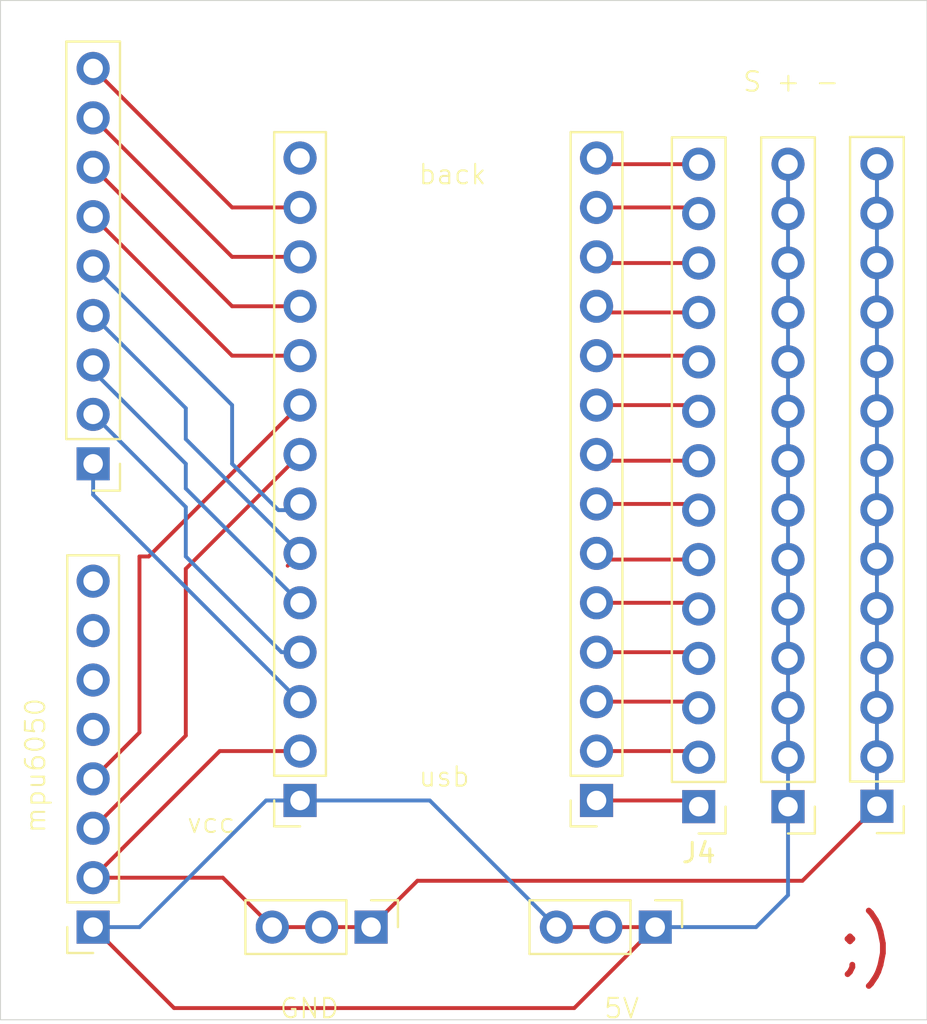
<source format=kicad_pcb>
(kicad_pcb (version 20241229) (generator "pcbnew") (generator_version "9.0")
  (layers (0 "F.Cu" signal) (2 "B.Cu" signal) (13 "F.Paste" user) (15 "B.Paste" user) (5 "F.SilkS" user "F.Silkscreen") (7 "B.SilkS" user "B.Silkscreen") (1 "F.Mask" user) (3 "B.Mask" user) (25 "Edge.Cuts" user))
  (net 0 "")
  (net 1 "Net-(J1-Pin_7)")
  (net 2 "Net-(J1-Pin_9)")
  (net 3 "Net-(J1-Pin_1)")
  (net 4 "Net-(J1-Pin_14)")
  (net 5 "Net-(J1-Pin_3)")
  (net 6 "Net-(J1-Pin_4)")
  (net 7 "Net-(J1-Pin_11)")
  (net 8 "Net-(J1-Pin_2)")
  (net 9 "Net-(J1-Pin_5)")
  (net 10 "Net-(J1-Pin_8)")
  (net 11 "Net-(J1-Pin_10)")
  (net 12 "Net-(J1-Pin_12)")
  (net 13 "Net-(J1-Pin_6)")
  (net 14 "Net-(J1-Pin_13)")
  (net 15 "Net-(J2-Pin_13)")
  (net 16 "Net-(J10-Pin_1)")
  (net 17 "Net-(J2-Pin_1)")
  (net 18 "Net-(J2-Pin_6)")
  (net 19 "Net-(J2-Pin_11)")
  (net 20 "Net-(J2-Pin_10)")
  (net 21 "Net-(J2-Pin_3)")
  (net 22 "Net-(J2-Pin_7)")
  (net 23 "Net-(J2-Pin_12)")
  (net 24 "Net-(J2-Pin_5)")
  (net 26 "Net-(J2-Pin_4)")
  (net 27 "Net-(J2-Pin_8)")
  (net 28 "Net-(J2-Pin_9)")
  (footprint "Connector_PinSocket_2.54mm:PinSocket_1x08_P2.54mm_Vertical" (layer "F.Cu") (at 107.15625 100.0125 180)
    (property "Reference" "J5" (hide yes))
    (property "Value" "Conn_01x08_Socket" (hide yes))
    (fp_line (start 1.33 1.27) (end 1.33 19.11) (stroke (width 0.12)) (layer "F.SilkS"))
    (fp_line (start 1.33 -1.33) (end 1.33 0) (stroke (width 0.12)) (layer "F.SilkS"))
    (fp_line (start 0 -1.33) (end 1.33 -1.33) (stroke (width 0.12)) (layer "F.SilkS"))
    (fp_line (start -1.33 19.11) (end 1.33 19.11) (stroke (width 0.12)) (layer "F.SilkS"))
    (fp_line (start -1.33 1.27) (end 1.33 1.27) (stroke (width 0.12)) (layer "F.SilkS"))
    (fp_line (start -1.33 1.27) (end -1.33 19.11) (stroke (width 0.12)) (layer "F.SilkS"))
    (pad "1" thru_hole rect (at 0 0 180) (size 1.7 1.7) (drill 1) (layers "*.Cu" "*.Mask") (net 17 "Net-(J2-Pin_1)"))
    (pad "2" thru_hole circle (at 0 2.54 180) (size 1.7 1.7) (drill 1) (layers "*.Cu" "*.Mask") (net 16 "Net-(J10-Pin_1)"))
    (pad "3" thru_hole circle (at 0 5.08 180) (size 1.7 1.7) (drill 1) (layers "*.Cu" "*.Mask") (net 27 "Net-(J2-Pin_8)"))
    (pad "4" thru_hole circle (at 0 7.62 180) (size 1.7 1.7) (drill 1) (layers "*.Cu" "*.Mask") (net 28 "Net-(J2-Pin_9)"))
    (pad "5" thru_hole circle (at 0 10.16 180) (size 1.7 1.7) (drill 1) (layers "*.Cu" "*.Mask"))
    (pad "6" thru_hole circle (at 0 12.7 180) (size 1.7 1.7) (drill 1) (layers "*.Cu" "*.Mask"))
    (pad "7" thru_hole circle (at 0 15.24 180) (size 1.7 1.7) (drill 1) (layers "*.Cu" "*.Mask"))
    (pad "8" thru_hole circle (at 0 17.78 180) (size 1.7 1.7) (drill 1) (layers "*.Cu" "*.Mask"))
  )
  (footprint "Connector_PinSocket_2.54mm:PinSocket_1x14_P2.54mm_Vertical" (layer "F.Cu") (at 133.0325 93.50375 180)
    (property "Reference" "J1" (hide yes))
    (property "Value" "Conn_01x14_Socket" (hide yes))
    (fp_line (start 1.33 1.27) (end 1.33 34.35) (stroke (width 0.12)) (layer "F.SilkS"))
    (fp_line (start 1.33 -1.33) (end 1.33 0) (stroke (width 0.12)) (layer "F.SilkS"))
    (fp_line (start 0 -1.33) (end 1.33 -1.33) (stroke (width 0.12)) (layer "F.SilkS"))
    (fp_line (start -1.33 34.35) (end 1.33 34.35) (stroke (width 0.12)) (layer "F.SilkS"))
    (fp_line (start -1.33 1.27) (end 1.33 1.27) (stroke (width 0.12)) (layer "F.SilkS"))
    (fp_line (start -1.33 1.27) (end -1.33 34.35) (stroke (width 0.12)) (layer "F.SilkS"))
    (pad "1" thru_hole rect (at 0 0 180) (size 1.7 1.7) (drill 1) (layers "*.Cu" "*.Mask") (net 3 "Net-(J1-Pin_1)"))
    (pad "2" thru_hole circle (at 0 2.54 180) (size 1.7 1.7) (drill 1) (layers "*.Cu" "*.Mask") (net 8 "Net-(J1-Pin_2)"))
    (pad "3" thru_hole circle (at 0 5.08 180) (size 1.7 1.7) (drill 1) (layers "*.Cu" "*.Mask") (net 5 "Net-(J1-Pin_3)"))
    (pad "4" thru_hole circle (at 0 7.62 180) (size 1.7 1.7) (drill 1) (layers "*.Cu" "*.Mask") (net 6 "Net-(J1-Pin_4)"))
    (pad "5" thru_hole circle (at 0 10.16 180) (size 1.7 1.7) (drill 1) (layers "*.Cu" "*.Mask") (net 9 "Net-(J1-Pin_5)"))
    (pad "6" thru_hole circle (at 0 12.7 180) (size 1.7 1.7) (drill 1) (layers "*.Cu" "*.Mask") (net 13 "Net-(J1-Pin_6)"))
    (pad "7" thru_hole circle (at 0 15.24 180) (size 1.7 1.7) (drill 1) (layers "*.Cu" "*.Mask") (net 1 "Net-(J1-Pin_7)"))
    (pad "8" thru_hole circle (at 0 17.78 180) (size 1.7 1.7) (drill 1) (layers "*.Cu" "*.Mask") (net 10 "Net-(J1-Pin_8)"))
    (pad "9" thru_hole circle (at 0 20.32 180) (size 1.7 1.7) (drill 1) (layers "*.Cu" "*.Mask") (net 2 "Net-(J1-Pin_9)"))
    (pad "10" thru_hole circle (at 0 22.86 180) (size 1.7 1.7) (drill 1) (layers "*.Cu" "*.Mask") (net 11 "Net-(J1-Pin_10)"))
    (pad "11" thru_hole circle (at 0 25.4 180) (size 1.7 1.7) (drill 1) (layers "*.Cu" "*.Mask") (net 7 "Net-(J1-Pin_11)"))
    (pad "12" thru_hole circle (at 0 27.94 180) (size 1.7 1.7) (drill 1) (layers "*.Cu" "*.Mask") (net 12 "Net-(J1-Pin_12)"))
    (pad "13" thru_hole circle (at 0 30.48 180) (size 1.7 1.7) (drill 1) (layers "*.Cu" "*.Mask") (net 14 "Net-(J1-Pin_13)"))
    (pad "14" thru_hole circle (at 0 33.02 180) (size 1.7 1.7) (drill 1) (layers "*.Cu" "*.Mask") (net 4 "Net-(J1-Pin_14)"))
  )
  (footprint "Connector_PinHeader_2.54mm:PinHeader_1x03_P2.54mm_Vertical" (layer "F.Cu") (at 121.44375 100.0125 -90)
    (property "Reference" "J10" (hide yes))
    (property "Value" "Conn_01x03_Pin" (hide yes))
    (fp_line (start -1.38 6.46) (end 1.38 6.46) (stroke (width 0.12)) (layer "F.SilkS"))
    (fp_line (start -1.38 1.27) (end -1.38 6.46) (stroke (width 0.12)) (layer "F.SilkS"))
    (fp_line (start -1.38 1.27) (end 1.38 1.27) (stroke (width 0.12)) (layer "F.SilkS"))
    (fp_line (start 1.38 1.27) (end 1.38 6.46) (stroke (width 0.12)) (layer "F.SilkS"))
    (fp_line (start -1.38 0) (end -1.38 -1.38) (stroke (width 0.12)) (layer "F.SilkS"))
    (fp_line (start -1.38 -1.38) (end 0 -1.38) (stroke (width 0.12)) (layer "F.SilkS"))
    (pad "1" thru_hole rect (at 0 0 270) (size 1.7 1.7) (drill 1) (layers "*.Cu" "*.Mask") (net 16 "Net-(J10-Pin_1)"))
    (pad "2" thru_hole circle (at 0 2.54 270) (size 1.7 1.7) (drill 1) (layers "*.Cu" "*.Mask") (net 16 "Net-(J10-Pin_1)"))
    (pad "3" thru_hole circle (at 0 5.08 270) (size 1.7 1.7) (drill 1) (layers "*.Cu" "*.Mask") (net 16 "Net-(J10-Pin_1)"))
  )
  (footprint "Connector_PinSocket_2.54mm:PinSocket_1x14_P2.54mm_Vertical" (layer "F.Cu") (at 117.7925 93.50375 180)
    (property "Reference" "J2" (hide yes))
    (property "Value" "Conn_01x14_Socket" (hide yes))
    (fp_line (start 1.33 1.27) (end 1.33 34.35) (stroke (width 0.12)) (layer "F.SilkS"))
    (fp_line (start 1.33 -1.33) (end 1.33 0) (stroke (width 0.12)) (layer "F.SilkS"))
    (fp_line (start 0 -1.33) (end 1.33 -1.33) (stroke (width 0.12)) (layer "F.SilkS"))
    (fp_line (start -1.33 34.35) (end 1.33 34.35) (stroke (width 0.12)) (layer "F.SilkS"))
    (fp_line (start -1.33 1.27) (end 1.33 1.27) (stroke (width 0.12)) (layer "F.SilkS"))
    (fp_line (start -1.33 1.27) (end -1.33 34.35) (stroke (width 0.12)) (layer "F.SilkS"))
    (pad "1" thru_hole rect (at 0 0 180) (size 1.7 1.7) (drill 1) (layers "*.Cu" "*.Mask") (net 17 "Net-(J2-Pin_1)"))
    (pad "2" thru_hole circle (at 0 2.54 180) (size 1.7 1.7) (drill 1) (layers "*.Cu" "*.Mask") (net 16 "Net-(J10-Pin_1)"))
    (pad "3" thru_hole circle (at 0 5.08 180) (size 1.7 1.7) (drill 1) (layers "*.Cu" "*.Mask") (net 21 "Net-(J2-Pin_3)"))
    (pad "4" thru_hole circle (at 0 7.62 180) (size 1.7 1.7) (drill 1) (layers "*.Cu" "*.Mask") (net 26 "Net-(J2-Pin_4)"))
    (pad "5" thru_hole circle (at 0 10.16 180) (size 1.7 1.7) (drill 1) (layers "*.Cu" "*.Mask") (net 24 "Net-(J2-Pin_5)"))
    (pad "6" thru_hole circle (at 0 12.7 180) (size 1.7 1.7) (drill 1) (layers "*.Cu" "*.Mask") (net 18 "Net-(J2-Pin_6)"))
    (pad "7" thru_hole circle (at 0 15.24 180) (size 1.7 1.7) (drill 1) (layers "*.Cu" "*.Mask") (net 22 "Net-(J2-Pin_7)"))
    (pad "8" thru_hole circle (at 0 17.78 180) (size 1.7 1.7) (drill 1) (layers "*.Cu" "*.Mask") (net 27 "Net-(J2-Pin_8)"))
    (pad "9" thru_hole circle (at 0 20.32 180) (size 1.7 1.7) (drill 1) (layers "*.Cu" "*.Mask") (net 28 "Net-(J2-Pin_9)"))
    (pad "10" thru_hole circle (at 0 22.86 180) (size 1.7 1.7) (drill 1) (layers "*.Cu" "*.Mask") (net 20 "Net-(J2-Pin_10)"))
    (pad "11" thru_hole circle (at 0 25.4 180) (size 1.7 1.7) (drill 1) (layers "*.Cu" "*.Mask") (net 19 "Net-(J2-Pin_11)"))
    (pad "12" thru_hole circle (at 0 27.94 180) (size 1.7 1.7) (drill 1) (layers "*.Cu" "*.Mask") (net 23 "Net-(J2-Pin_12)"))
    (pad "13" thru_hole circle (at 0 30.48 180) (size 1.7 1.7) (drill 1) (layers "*.Cu" "*.Mask") (net 15 "Net-(J2-Pin_13)"))
    (pad "14" thru_hole circle (at 0 33.02 180) (size 1.7 1.7) (drill 1) (layers "*.Cu" "*.Mask"))
  )
  (footprint "Connector_PinHeader_2.54mm:PinHeader_1x14_P2.54mm_Vertical" (layer "F.Cu") (at 142.875 93.82125 180)
    (property "Reference" "J6" (hide yes))
    (property "Value" "Conn_01x14_Pin" (hide yes))
    (fp_line (start 1.38 1.27) (end 1.38 34.4) (stroke (width 0.12)) (layer "F.SilkS"))
    (fp_line (start -1.38 34.4) (end 1.38 34.4) (stroke (width 0.12)) (layer "F.SilkS"))
    (fp_line (start -1.38 1.27) (end 1.38 1.27) (stroke (width 0.12)) (layer "F.SilkS"))
    (fp_line (start -1.38 1.27) (end -1.38 34.4) (stroke (width 0.12)) (layer "F.SilkS"))
    (fp_line (start -1.38 0) (end -1.38 -1.38) (stroke (width 0.12)) (layer "F.SilkS"))
    (fp_line (start -1.38 -1.38) (end 0 -1.38) (stroke (width 0.12)) (layer "F.SilkS"))
    (pad "1" thru_hole rect (at 0 0 180) (size 1.7 1.7) (drill 1) (layers "*.Cu" "*.Mask") (net 17 "Net-(J2-Pin_1)"))
    (pad "2" thru_hole circle (at 0 2.54 180) (size 1.7 1.7) (drill 1) (layers "*.Cu" "*.Mask") (net 17 "Net-(J2-Pin_1)"))
    (pad "3" thru_hole circle (at 0 5.08 180) (size 1.7 1.7) (drill 1) (layers "*.Cu" "*.Mask") (net 17 "Net-(J2-Pin_1)"))
    (pad "4" thru_hole circle (at 0 7.62 180) (size 1.7 1.7) (drill 1) (layers "*.Cu" "*.Mask") (net 17 "Net-(J2-Pin_1)"))
    (pad "5" thru_hole circle (at 0 10.16 180) (size 1.7 1.7) (drill 1) (layers "*.Cu" "*.Mask") (net 17 "Net-(J2-Pin_1)"))
    (pad "6" thru_hole circle (at 0 12.7 180) (size 1.7 1.7) (drill 1) (layers "*.Cu" "*.Mask") (net 17 "Net-(J2-Pin_1)"))
    (pad "7" thru_hole circle (at 0 15.24 180) (size 1.7 1.7) (drill 1) (layers "*.Cu" "*.Mask") (net 17 "Net-(J2-Pin_1)"))
    (pad "8" thru_hole circle (at 0 17.78 180) (size 1.7 1.7) (drill 1) (layers "*.Cu" "*.Mask") (net 17 "Net-(J2-Pin_1)"))
    (pad "9" thru_hole circle (at 0 20.32 180) (size 1.7 1.7) (drill 1) (layers "*.Cu" "*.Mask") (net 17 "Net-(J2-Pin_1)"))
    (pad "10" thru_hole circle (at 0 22.86 180) (size 1.7 1.7) (drill 1) (layers "*.Cu" "*.Mask") (net 17 "Net-(J2-Pin_1)"))
    (pad "11" thru_hole circle (at 0 25.4 180) (size 1.7 1.7) (drill 1) (layers "*.Cu" "*.Mask") (net 17 "Net-(J2-Pin_1)"))
    (pad "12" thru_hole circle (at 0 27.94 180) (size 1.7 1.7) (drill 1) (layers "*.Cu" "*.Mask") (net 17 "Net-(J2-Pin_1)"))
    (pad "13" thru_hole circle (at 0 30.48 180) (size 1.7 1.7) (drill 1) (layers "*.Cu" "*.Mask") (net 17 "Net-(J2-Pin_1)"))
    (pad "14" thru_hole circle (at 0 33.02 180) (size 1.7 1.7) (drill 1) (layers "*.Cu" "*.Mask") (net 17 "Net-(J2-Pin_1)"))
  )
  (footprint "Connector_PinHeader_2.54mm:PinHeader_1x09_P2.54mm_Vertical" (layer "F.Cu") (at 107.15625 76.2 180)
    (property "Reference" "J8" (hide yes))
    (property "Value" "Conn_01x09_Pin" (hide yes))
    (fp_line (start 1.38 1.27) (end 1.38 21.7) (stroke (width 0.12)) (layer "F.SilkS"))
    (fp_line (start -1.38 21.7) (end 1.38 21.7) (stroke (width 0.12)) (layer "F.SilkS"))
    (fp_line (start -1.38 1.27) (end 1.38 1.27) (stroke (width 0.12)) (layer "F.SilkS"))
    (fp_line (start -1.38 1.27) (end -1.38 21.7) (stroke (width 0.12)) (layer "F.SilkS"))
    (fp_line (start -1.38 0) (end -1.38 -1.38) (stroke (width 0.12)) (layer "F.SilkS"))
    (fp_line (start -1.38 -1.38) (end 0 -1.38) (stroke (width 0.12)) (layer "F.SilkS"))
    (pad "1" thru_hole rect (at 0 0 180) (size 1.7 1.7) (drill 1) (layers "*.Cu" "*.Mask") (net 21 "Net-(J2-Pin_3)"))
    (pad "2" thru_hole circle (at 0 2.54 180) (size 1.7 1.7) (drill 1) (layers "*.Cu" "*.Mask") (net 26 "Net-(J2-Pin_4)"))
    (pad "3" thru_hole circle (at 0 5.08 180) (size 1.7 1.7) (drill 1) (layers "*.Cu" "*.Mask") (net 24 "Net-(J2-Pin_5)"))
    (pad "4" thru_hole circle (at 0 7.62 180) (size 1.7 1.7) (drill 1) (layers "*.Cu" "*.Mask") (net 18 "Net-(J2-Pin_6)"))
    (pad "5" thru_hole circle (at 0 10.16 180) (size 1.7 1.7) (drill 1) (layers "*.Cu" "*.Mask") (net 22 "Net-(J2-Pin_7)"))
    (pad "6" thru_hole circle (at 0 12.7 180) (size 1.7 1.7) (drill 1) (layers "*.Cu" "*.Mask") (net 20 "Net-(J2-Pin_10)"))
    (pad "7" thru_hole circle (at 0 15.24 180) (size 1.7 1.7) (drill 1) (layers "*.Cu" "*.Mask") (net 19 "Net-(J2-Pin_11)"))
    (pad "8" thru_hole circle (at 0 17.78 180) (size 1.7 1.7) (drill 1) (layers "*.Cu" "*.Mask") (net 23 "Net-(J2-Pin_12)"))
    (pad "9" thru_hole circle (at 0 20.32 180) (size 1.7 1.7) (drill 1) (layers "*.Cu" "*.Mask") (net 15 "Net-(J2-Pin_13)"))
  )
  (footprint "Connector_PinHeader_2.54mm:PinHeader_1x14_P2.54mm_Vertical" (layer "F.Cu") (at 138.285 93.82125 180)
    (property "Reference" "J4" (at 0 -2.38 180) (layer "F.SilkS"))
    (property "Value" "Conn_01x14_Pin" (hide yes))
    (fp_line (start 1.38 1.27) (end 1.38 34.4) (stroke (width 0.12)) (layer "F.SilkS"))
    (fp_line (start -1.38 34.4) (end 1.38 34.4) (stroke (width 0.12)) (layer "F.SilkS"))
    (fp_line (start -1.38 1.27) (end 1.38 1.27) (stroke (width 0.12)) (layer "F.SilkS"))
    (fp_line (start -1.38 1.27) (end -1.38 34.4) (stroke (width 0.12)) (layer "F.SilkS"))
    (fp_line (start -1.38 0) (end -1.38 -1.38) (stroke (width 0.12)) (layer "F.SilkS"))
    (fp_line (start -1.38 -1.38) (end 0 -1.38) (stroke (width 0.12)) (layer "F.SilkS"))
    (pad "1" thru_hole rect (at 0 0 180) (size 1.7 1.7) (drill 1) (layers "*.Cu" "*.Mask") (net 3 "Net-(J1-Pin_1)"))
    (pad "2" thru_hole circle (at 0 2.54 180) (size 1.7 1.7) (drill 1) (layers "*.Cu" "*.Mask") (net 8 "Net-(J1-Pin_2)"))
    (pad "3" thru_hole circle (at 0 5.08 180) (size 1.7 1.7) (drill 1) (layers "*.Cu" "*.Mask") (net 5 "Net-(J1-Pin_3)"))
    (pad "4" thru_hole circle (at 0 7.62 180) (size 1.7 1.7) (drill 1) (layers "*.Cu" "*.Mask") (net 6 "Net-(J1-Pin_4)"))
    (pad "5" thru_hole circle (at 0 10.16 180) (size 1.7 1.7) (drill 1) (layers "*.Cu" "*.Mask") (net 9 "Net-(J1-Pin_5)"))
    (pad "6" thru_hole circle (at 0 12.7 180) (size 1.7 1.7) (drill 1) (layers "*.Cu" "*.Mask") (net 13 "Net-(J1-Pin_6)"))
    (pad "7" thru_hole circle (at 0 15.24 180) (size 1.7 1.7) (drill 1) (layers "*.Cu" "*.Mask") (net 1 "Net-(J1-Pin_7)"))
    (pad "8" thru_hole circle (at 0 17.78 180) (size 1.7 1.7) (drill 1) (layers "*.Cu" "*.Mask") (net 10 "Net-(J1-Pin_8)"))
    (pad "9" thru_hole circle (at 0 20.32 180) (size 1.7 1.7) (drill 1) (layers "*.Cu" "*.Mask") (net 2 "Net-(J1-Pin_9)"))
    (pad "10" thru_hole circle (at 0 22.86 180) (size 1.7 1.7) (drill 1) (layers "*.Cu" "*.Mask") (net 11 "Net-(J1-Pin_10)"))
    (pad "11" thru_hole circle (at 0 25.4 180) (size 1.7 1.7) (drill 1) (layers "*.Cu" "*.Mask") (net 7 "Net-(J1-Pin_11)"))
    (pad "12" thru_hole circle (at 0 27.94 180) (size 1.7 1.7) (drill 1) (layers "*.Cu" "*.Mask") (net 12 "Net-(J1-Pin_12)"))
    (pad "13" thru_hole circle (at 0 30.48 180) (size 1.7 1.7) (drill 1) (layers "*.Cu" "*.Mask") (net 14 "Net-(J1-Pin_13)"))
    (pad "14" thru_hole circle (at 0 33.02 180) (size 1.7 1.7) (drill 1) (layers "*.Cu" "*.Mask") (net 4 "Net-(J1-Pin_14)"))
  )
  (footprint "Connector_PinHeader_2.54mm:PinHeader_1x14_P2.54mm_Vertical" (layer "F.Cu") (at 147.445 93.80125 180)
    (property "Reference" "J7" (hide yes))
    (property "Value" "Conn_01x14_Pin" (hide yes))
    (fp_line (start 1.38 1.27) (end 1.38 34.4) (stroke (width 0.12)) (layer "F.SilkS"))
    (fp_line (start -1.38 34.4) (end 1.38 34.4) (stroke (width 0.12)) (layer "F.SilkS"))
    (fp_line (start -1.38 1.27) (end 1.38 1.27) (stroke (width 0.12)) (layer "F.SilkS"))
    (fp_line (start -1.38 1.27) (end -1.38 34.4) (stroke (width 0.12)) (layer "F.SilkS"))
    (fp_line (start -1.38 0) (end -1.38 -1.38) (stroke (width 0.12)) (layer "F.SilkS"))
    (fp_line (start -1.38 -1.38) (end 0 -1.38) (stroke (width 0.12)) (layer "F.SilkS"))
    (pad "1" thru_hole rect (at 0 0 180) (size 1.7 1.7) (drill 1) (layers "*.Cu" "*.Mask") (net 16 "Net-(J10-Pin_1)"))
    (pad "2" thru_hole circle (at 0 2.54 180) (size 1.7 1.7) (drill 1) (layers "*.Cu" "*.Mask") (net 16 "Net-(J10-Pin_1)"))
    (pad "3" thru_hole circle (at 0 5.08 180) (size 1.7 1.7) (drill 1) (layers "*.Cu" "*.Mask") (net 16 "Net-(J10-Pin_1)"))
    (pad "4" thru_hole circle (at 0 7.62 180) (size 1.7 1.7) (drill 1) (layers "*.Cu" "*.Mask") (net 16 "Net-(J10-Pin_1)"))
    (pad "5" thru_hole circle (at 0 10.16 180) (size 1.7 1.7) (drill 1) (layers "*.Cu" "*.Mask") (net 16 "Net-(J10-Pin_1)"))
    (pad "6" thru_hole circle (at 0 12.7 180) (size 1.7 1.7) (drill 1) (layers "*.Cu" "*.Mask") (net 16 "Net-(J10-Pin_1)"))
    (pad "7" thru_hole circle (at 0 15.24 180) (size 1.7 1.7) (drill 1) (layers "*.Cu" "*.Mask") (net 16 "Net-(J10-Pin_1)"))
    (pad "8" thru_hole circle (at 0 17.78 180) (size 1.7 1.7) (drill 1) (layers "*.Cu" "*.Mask") (net 16 "Net-(J10-Pin_1)"))
    (pad "9" thru_hole circle (at 0 20.32 180) (size 1.7 1.7) (drill 1) (layers "*.Cu" "*.Mask") (net 16 "Net-(J10-Pin_1)"))
    (pad "10" thru_hole circle (at 0 22.86 180) (size 1.7 1.7) (drill 1) (layers "*.Cu" "*.Mask") (net 16 "Net-(J10-Pin_1)"))
    (pad "11" thru_hole circle (at 0 25.4 180) (size 1.7 1.7) (drill 1) (layers "*.Cu" "*.Mask") (net 16 "Net-(J10-Pin_1)"))
    (pad "12" thru_hole circle (at 0 27.94 180) (size 1.7 1.7) (drill 1) (layers "*.Cu" "*.Mask") (net 16 "Net-(J10-Pin_1)"))
    (pad "13" thru_hole circle (at 0 30.48 180) (size 1.7 1.7) (drill 1) (layers "*.Cu" "*.Mask") (net 16 "Net-(J10-Pin_1)"))
    (pad "14" thru_hole circle (at 0 33.02 180) (size 1.7 1.7) (drill 1) (layers "*.Cu" "*.Mask") (net 16 "Net-(J10-Pin_1)"))
  )
  (footprint "Connector_PinHeader_2.54mm:PinHeader_1x03_P2.54mm_Vertical" (layer "F.Cu") (at 136.04875 100.0125 -90)
    (property "Reference" "J9" (hide yes))
    (property "Value" "Conn_01x03_Pin" (hide yes))
    (fp_line (start -1.38 6.46) (end 1.38 6.46) (stroke (width 0.12)) (layer "F.SilkS"))
    (fp_line (start -1.38 1.27) (end -1.38 6.46) (stroke (width 0.12)) (layer "F.SilkS"))
    (fp_line (start -1.38 1.27) (end 1.38 1.27) (stroke (width 0.12)) (layer "F.SilkS"))
    (fp_line (start 1.38 1.27) (end 1.38 6.46) (stroke (width 0.12)) (layer "F.SilkS"))
    (fp_line (start -1.38 0) (end -1.38 -1.38) (stroke (width 0.12)) (layer "F.SilkS"))
    (fp_line (start -1.38 -1.38) (end 0 -1.38) (stroke (width 0.12)) (layer "F.SilkS"))
    (pad "1" thru_hole rect (at 0 0 270) (size 1.7 1.7) (drill 1) (layers "*.Cu" "*.Mask") (net 17 "Net-(J2-Pin_1)"))
    (pad "2" thru_hole circle (at 0 2.54 270) (size 1.7 1.7) (drill 1) (layers "*.Cu" "*.Mask") (net 17 "Net-(J2-Pin_1)"))
    (pad "3" thru_hole circle (at 0 5.08 270) (size 1.7 1.7) (drill 1) (layers "*.Cu" "*.Mask") (net 17 "Net-(J2-Pin_1)"))
  )
  (gr_rect (start 102.39375 52.3875) (end 150.01875 104.775) (stroke (width 0.05)) (fill no) (layer "Edge.Cuts"))
  (gr_text ";)" (at 145.25625 102.39375 0) (layer "F.Cu") (effects (font (size 2.54 2.54) (thickness 0.3) (bold yes)) (justify left bottom)))
  (gr_text "back\n" (at 123.825 61.9125 0) (layer "F.SilkS") (effects (font (size 1 1) (thickness 0.1)) (justify left bottom)))
  (gr_text "GND\n" (at 116.68125 104.775 0) (layer "F.SilkS") (effects (font (size 1 1) (thickness 0.1)) (justify left bottom)))
  (gr_text "S + -" (at 140.49375 57.15 0) (layer "F.SilkS") (effects (font (size 1 1) (thickness 0.1)) (justify left bottom)))
  (gr_text "5V\n" (at 133.35 104.775 0) (layer "F.SilkS") (effects (font (size 1 1) (thickness 0.1)) (justify left bottom)))
  (gr_text "usb\n" (at 123.825 92.86875 0) (layer "F.SilkS") (effects (font (size 1 1) (thickness 0.1)) (justify left bottom)))
  (gr_text "mpu6050\n" (at 104.775 95.25 90) (layer "F.SilkS") (effects (font (size 1 1) (thickness 0.1)) (justify left bottom)))
  (gr_text "vcc\n" (at 111.91875 95.25 0) (layer "F.SilkS") (effects (font (size 1 1) (thickness 0.1)) (justify left bottom)))
  (segment (start 137.9675 78.26375) (end 138.285 78.58125) (width 0.2) (layer "F.Cu") (net 1))
  (segment (start 133.0325 78.26375) (end 137.9675 78.26375) (width 0.2) (layer "F.Cu") (net 1))
  (segment (start 137.9675 73.18375) (end 138.285 73.50125) (width 0.2) (layer "F.Cu") (net 2))
  (segment (start 133.19125 73.3425) (end 133.0325 73.18375) (width 0.2) (layer "F.Cu") (net 2))
  (segment (start 133.0325 73.18375) (end 137.9675 73.18375) (width 0.2) (layer "F.Cu") (net 2))
  (segment (start 137.9675 93.50375) (end 138.285 93.82125) (width 0.2) (layer "F.Cu") (net 3))
  (segment (start 133.0325 93.50375) (end 137.9675 93.50375) (width 0.2) (layer "F.Cu") (net 3))
  (segment (start 138.285 60.80125) (end 133.35 60.80125) (width 0.2) (layer "F.Cu") (net 4))
  (segment (start 133.35 60.80125) (end 133.0325 60.48375) (width 0.2) (layer "F.Cu") (net 4))
  (segment (start 137.9675 88.42375) (end 138.285 88.74125) (width 0.2) (layer "F.Cu") (net 5))
  (segment (start 133.0325 88.42375) (end 137.9675 88.42375) (width 0.2) (layer "F.Cu") (net 5))
  (segment (start 137.9675 85.88375) (end 138.285 86.20125) (width 0.2) (layer "F.Cu") (net 6))
  (segment (start 133.0325 85.88375) (end 137.9675 85.88375) (width 0.2) (layer "F.Cu") (net 6))
  (segment (start 133.19125 86.0425) (end 133.0325 85.88375) (width 0.2) (layer "F.Cu") (net 6))
  (segment (start 133.35 68.42125) (end 133.0325 68.10375) (width 0.2) (layer "F.Cu") (net 7))
  (segment (start 138.285 68.42125) (end 133.35 68.42125) (width 0.2) (layer "F.Cu") (net 7))
  (segment (start 133.19125 91.1225) (end 133.0325 90.96375) (width 0.2) (layer "F.Cu") (net 8))
  (segment (start 137.9675 90.96375) (end 138.285 91.28125) (width 0.2) (layer "F.Cu") (net 8))
  (segment (start 133.0325 90.96375) (end 137.9675 90.96375) (width 0.2) (layer "F.Cu") (net 8))
  (segment (start 137.9675 83.34375) (end 138.285 83.66125) (width 0.2) (layer "F.Cu") (net 9))
  (segment (start 133.0325 83.34375) (end 137.9675 83.34375) (width 0.2) (layer "F.Cu") (net 9))
  (segment (start 138.285 76.04125) (end 133.35 76.04125) (width 0.2) (layer "F.Cu") (net 10))
  (segment (start 133.35 76.04125) (end 133.0325 75.72375) (width 0.2) (layer "F.Cu") (net 10))
  (segment (start 133.0325 70.64375) (end 137.9675 70.64375) (width 0.2) (layer "F.Cu") (net 11))
  (segment (start 137.9675 70.64375) (end 138.285 70.96125) (width 0.2) (layer "F.Cu") (net 11))
  (segment (start 133.0325 70.64375) (end 133.19125 70.8025) (width 0.2) (layer "F.Cu") (net 11))
  (segment (start 138.285 65.88125) (end 133.35 65.88125) (width 0.2) (layer "F.Cu") (net 12))
  (segment (start 133.35 65.88125) (end 133.0325 65.56375) (width 0.2) (layer "F.Cu") (net 12))
  (segment (start 133.35 81.12125) (end 133.0325 80.80375) (width 0.2) (layer "F.Cu") (net 13))
  (segment (start 138.285 81.12125) (end 133.35 81.12125) (width 0.2) (layer "F.Cu") (net 13))
  (segment (start 133.0325 63.02375) (end 137.9675 63.02375) (width 0.2) (layer "F.Cu") (net 14))
  (segment (start 133.19125 63.1825) (end 133.0325 63.02375) (width 0.2) (layer "F.Cu") (net 14))
  (segment (start 137.9675 63.02375) (end 138.285 63.34125) (width 0.2) (layer "F.Cu") (net 14))
  (segment (start 107.15625 55.88) (end 114.3 63.02375) (width 0.2) (layer "F.Cu") (net 15))
  (segment (start 114.3 63.02375) (end 117.7925 63.02375) (width 0.2) (layer "F.Cu") (net 15))
  (segment (start 113.82375 97.4725) (end 107.15625 97.4725) (width 0.2) (layer "F.Cu") (net 16))
  (segment (start 113.665 90.96375) (end 117.7925 90.96375) (width 0.2) (layer "F.Cu") (net 16))
  (segment (start 116.36375 100.0125) (end 121.44375 100.0125) (width 0.2) (layer "F.Cu") (net 16))
  (segment (start 123.825 97.63125) (end 143.615 97.63125) (width 0.2) (layer "F.Cu") (net 16))
  (segment (start 107.15625 97.4725) (end 113.665 90.96375) (width 0.2) (layer "F.Cu") (net 16))
  (segment (start 121.44375 100.0125) (end 123.825 97.63125) (width 0.2) (layer "F.Cu") (net 16))
  (segment (start 143.615 97.63125) (end 147.445 93.80125) (width 0.2) (layer "F.Cu") (net 16))
  (segment (start 116.36375 100.0125) (end 113.82375 97.4725) (width 0.2) (layer "F.Cu") (net 16))
  (segment (start 147.445 93.80125) (end 147.445 60.78125) (width 0.2) (layer "B.Cu") (net 16))
  (segment (start 147.445 60.78125) (end 147.445 63.32125) (width 0.2) (layer "B.Cu") (net 16))
  (segment (start 107.15625 100.0125) (end 111.31775 104.174) (width 0.2) (layer "F.Cu") (net 17))
  (segment (start 131.88725 104.174) (end 136.04875 100.0125) (width 0.2) (layer "F.Cu") (net 17))
  (segment (start 111.31775 104.174) (end 131.88725 104.174) (width 0.2) (layer "F.Cu") (net 17))
  (segment (start 130.96875 100.0125) (end 136.04875 100.0125) (width 0.2) (layer "F.Cu") (net 17))
  (segment (start 142.875 60.80125) (end 142.875 93.82125) (width 0.2) (layer "B.Cu") (net 17))
  (segment (start 116.04625 93.50375) (end 109.5375 100.0125) (width 0.2) (layer "B.Cu") (net 17))
  (segment (start 117.7925 93.50375) (end 116.04625 93.50375) (width 0.2) (layer "B.Cu") (net 17))
  (segment (start 109.5375 100.0125) (end 107.15625 100.0125) (width 0.2) (layer "B.Cu") (net 17))
  (segment (start 142.875 98.37125) (end 142.875 93.82125) (width 0.2) (layer "B.Cu") (net 17))
  (segment (start 136.04875 100.0125) (end 141.23375 100.0125) (width 0.2) (layer "B.Cu") (net 17))
  (segment (start 117.7925 93.50375) (end 124.46 93.50375) (width 0.2) (layer "B.Cu") (net 17))
  (segment (start 141.23375 100.0125) (end 142.875 98.37125) (width 0.2) (layer "B.Cu") (net 17))
  (segment (start 124.46 93.50375) (end 130.96875 100.0125) (width 0.2) (layer "B.Cu") (net 17))
  (segment (start 117.1575 81.43875) (end 117.7925 80.80375) (width 0.2) (layer "F.Cu") (net 18))
  (segment (start 111.91875 74.93) (end 117.7925 80.80375) (width 0.2) (layer "B.Cu") (net 18))
  (segment (start 107.15625 68.58) (end 111.91875 73.3425) (width 0.2) (layer "B.Cu") (net 18))
  (segment (start 111.91875 73.3425) (end 111.91875 74.93) (width 0.2) (layer "B.Cu") (net 18))
  (segment (start 114.3 68.10375) (end 117.7925 68.10375) (width 0.2) (layer "F.Cu") (net 19))
  (segment (start 107.15625 60.96) (end 114.3 68.10375) (width 0.2) (layer "F.Cu") (net 19))
  (segment (start 117.7925 70.64375) (end 114.3 70.64375) (width 0.2) (layer "F.Cu") (net 20))
  (segment (start 114.3 70.64375) (end 107.15625 63.5) (width 0.2) (layer "F.Cu") (net 20))
  (segment (start 107.15625 76.2) (end 107.15625 77.7875) (width 0.2) (layer "B.Cu") (net 21))
  (segment (start 107.15625 77.7875) (end 117.7925 88.42375) (width 0.2) (layer "B.Cu") (net 21))
  (segment (start 114.3 73.18375) (end 114.3 76.2) (width 0.2) (layer "B.Cu") (net 22))
  (segment (start 117.475 78.58125) (end 117.7925 78.26375) (width 0.2) (layer "B.Cu") (net 22))
  (segment (start 107.15625 66.04) (end 114.3 73.18375) (width 0.2) (layer "B.Cu") (net 22))
  (segment (start 116.68125 78.58125) (end 117.475 78.58125) (width 0.2) (layer "B.Cu") (net 22))
  (segment (start 114.3 76.2) (end 116.68125 78.58125) (width 0.2) (layer "B.Cu") (net 22))
  (segment (start 117.7925 65.56375) (end 114.3 65.56375) (width 0.2) (layer "F.Cu") (net 23))
  (segment (start 114.3 65.56375) (end 107.15625 58.42) (width 0.2) (layer "F.Cu") (net 23))
  (segment (start 111.91875 77.47) (end 117.7925 83.34375) (width 0.2) (layer "B.Cu") (net 24))
  (segment (start 107.15625 71.12) (end 107.15625 71.4375) (width 0.2) (layer "B.Cu") (net 24))
  (segment (start 111.91875 76.2) (end 111.91875 77.47) (width 0.2) (layer "B.Cu") (net 24))
  (segment (start 107.15625 71.4375) (end 111.91875 76.2) (width 0.2) (layer "B.Cu") (net 24))
  (segment (start 111.91875 80.9625) (end 116.84 85.88375) (width 0.2) (layer "B.Cu") (net 26))
  (segment (start 111.91875 78.4225) (end 111.91875 80.9625) (width 0.2) (layer "B.Cu") (net 26))
  (segment (start 107.15625 73.66) (end 111.91875 78.4225) (width 0.2) (layer "B.Cu") (net 26))
  (segment (start 116.84 85.88375) (end 117.7925 85.88375) (width 0.2) (layer "B.Cu") (net 26))
  (segment (start 107.15625 94.9325) (end 111.91875 90.17) (width 0.2) (layer "F.Cu") (net 27))
  (segment (start 111.91875 90.17) (end 111.91875 81.5975) (width 0.2) (layer "F.Cu") (net 27))
  (segment (start 111.91875 81.5975) (end 117.7925 75.72375) (width 0.2) (layer "F.Cu") (net 27))
  (segment (start 109.5375 90.01125) (end 109.5375 80.9625) (width 0.2) (layer "F.Cu") (net 28))
  (segment (start 107.15625 92.3925) (end 109.5375 90.01125) (width 0.2) (layer "F.Cu") (net 28))
  (segment (start 110.01375 80.9625) (end 117.7925 73.18375) (width 0.2) (layer "F.Cu") (net 28))
  (segment (start 109.5375 80.9625) (end 110.01375 80.9625) (width 0.2) (layer "F.Cu") (net 28))
)
</source>
